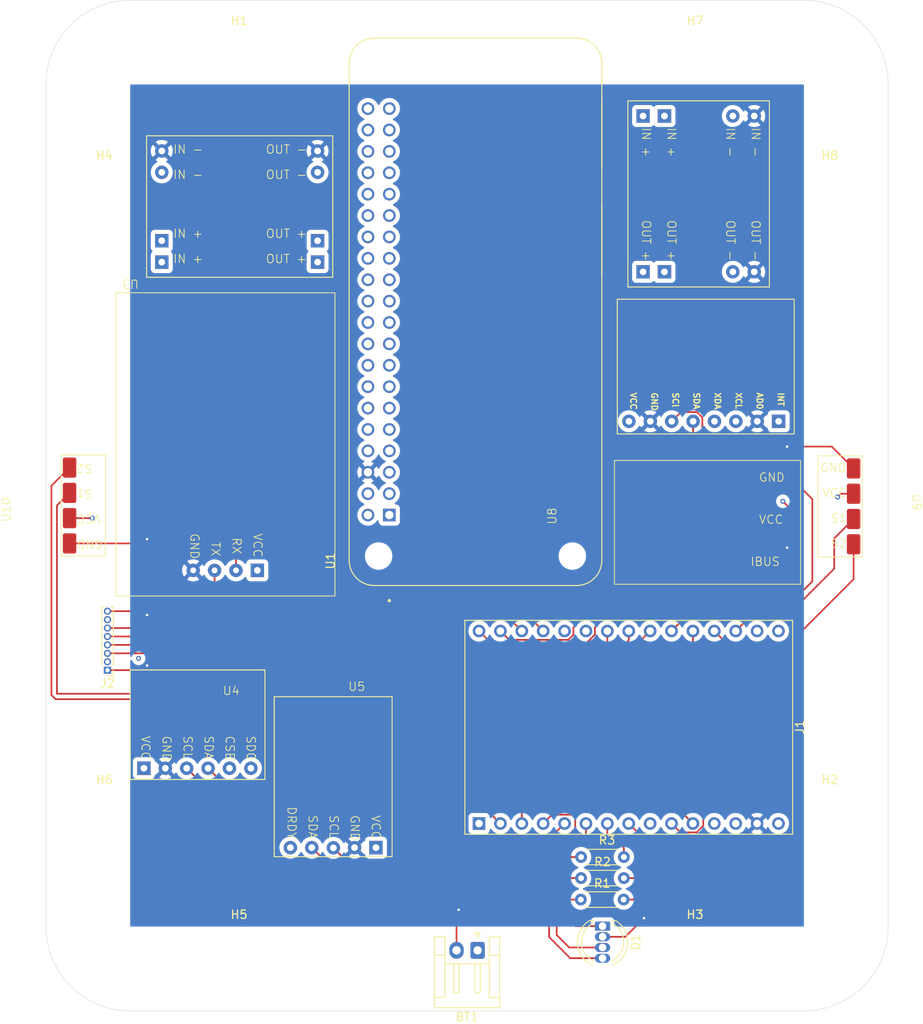
<source format=kicad_pcb>
(kicad_pcb (version 20241229) (generator "pcbnew") (generator_version "9.0")
  (layers (0 "F.Cu" signal) (4 "In1.Cu" signal) (6 "In2.Cu" signal) (2 "B.Cu" signal) (13 "F.Paste" user) (15 "B.Paste" user) (5 "F.SilkS" user "F.Silkscreen") (7 "B.SilkS" user "B.Silkscreen") (1 "F.Mask" user) (3 "B.Mask" user) (25 "Edge.Cuts" user))
  (net 0 "")
  (net 1 "0")
  (net 2 "+7.5V")
  (net 3 "Net-(D1-DO)")
  (net 4 "Net-(D1-DI)")
  (net 5 "Net-(D1-VDD)")
  (net 7 "Net-(J1-Pin_27)")
  (net 8 "Net-(J1-Pin_3)")
  (net 11 "Net-(J1-Pin_24)")
  (net 12 "Net-(J1-Pin_2)")
  (net 13 "Net-(J1-Pin_7)")
  (net 14 "Net-(J1-Pin_20)")
  (net 15 "+3.3V")
  (net 16 "Net-(J1-Pin_23)")
  (net 18 "Net-(J1-Pin_10)")
  (net 19 "Net-(J1-Pin_29)")
  (net 20 "Net-(J1-Pin_18)")
  (net 23 "Net-(J1-Pin_30)")
  (net 24 "Net-(J1-Pin_28)")
  (net 25 "Net-(J1-Pin_19)")
  (net 26 "Net-(J1-Pin_5)")
  (net 28 "Net-(J1-Pin_4)")
  (net 30 "Net-(J1-Pin_21)")
  (net 31 "Net-(J1-Pin_11)")
  (net 32 "Net-(J1-Pin_22)")
  (net 33 "Net-(J1-Pin_6)")
  (net 34 "+5V")
  (net 78 "Net-(C3-Pad1)")
  (net 79 "Net-(C1-Pad2)")
  (net 80 "Net-(C3-Pad2)")
  (net 81 "Net-(C1-Pad1)")
  (net 82 "Net-(C2-Pad1)")
  (net 83 "Net-(C2-Pad2)")
  (net 84 "Net-(C4-Pad1)")
  (net 85 "Net-(C4-Pad2)")
  (net 86 "Net-(J1-Pin_8)")
  (footprint "mp1584:mp1584_footprint" (layer "F.Cu") (at 150.7 52.05 -90)
    (property "Reference" "U6" (hide yes))
    (property "Value" "mp1584" (hide yes))
    (fp_line (start -10.1 21.6) (end -10.1 4.8) (stroke (width 0.1)) (layer "F.SilkS"))
    (fp_line (start 12 21.6) (end -10.1 21.6) (stroke (width 0.1)) (layer "F.SilkS"))
    (fp_line (start -10.1 4.8) (end 12 4.8) (stroke (width 0.1)) (layer "F.SilkS"))
    (fp_line (start 12 4.8) (end 12 21.6) (stroke (width 0.1)) (layer "F.SilkS"))
    (fp_rect (start -10.1 4.8) (end 12 21.6) (stroke (width 0.1)) (fill no) (layer "F.SilkS"))
    (fp_text user "IN -" (at -7 10 270) (layer "F.SilkS") (effects (font (thickness 0.1)) (justify left bottom)))
    (fp_text user "OUT -" (at 4 10 270) (layer "F.SilkS") (effects (font (thickness 0.1)) (justify left bottom)))
    (fp_text user "IN +" (at -7 20 270) (layer "F.SilkS") (effects (font (thickness 0.1)) (justify left bottom)))
    (fp_text user "IN +" (at -7 17 270) (layer "F.SilkS") (effects (font (thickness 0.1)) (justify left bottom)))
    (fp_text user "IN -" (at -7 7 270) (layer "F.SilkS") (effects (font (thickness 0.1)) (justify left bottom)))
    (fp_text user "OUT +" (at 4 17 270) (layer "F.SilkS") (effects (font (thickness 0.1)) (justify left bottom)))
    (fp_text user "OUT -" (at 4 7 270) (layer "F.SilkS") (effects (font (thickness 0.1)) (justify left bottom)))
    (fp_text user "OUT +" (at 4 20 270) (layer "F.SilkS") (effects (font (thickness 0.1)) (justify left bottom)))
    (pad "1" thru_hole rect (at 10.2 19.8 270) (size 1.6 1.6) (drill 0.8) (layers "*.Cu" "*.Mask") (net 15 "+3.3V"))
    (pad "2" thru_hole rect (at 10.2 17.26 270) (size 1.6 1.6) (drill 0.8) (layers "*.Cu" "*.Mask") (net 78 "Net-(C3-Pad1)"))
    (pad "3" thru_hole circle (at 10.2 9.14 270) (size 1.6 1.6) (drill 0.8) (layers "*.Cu" "*.Mask") (net 80 "Net-(C3-Pad2)"))
    (pad "4" thru_hole circle (at 10.2 6.6 270) (size 1.6 1.6) (drill 0.8) (layers "*.Cu" "*.Mask") (net 1 "0"))
    (pad "5" thru_hole circle (at -8.3 6.6 270) (size 1.6 1.6) (drill 0.8) (layers "*.Cu" "*.Mask") (net 1 "0"))
    (pad "6" thru_hole circle (at -8.3 9.14 270) (size 1.6 1.6) (drill 0.8) (layers "*.Cu" "*.Mask") (net 79 "Net-(C1-Pad2)"))
    (pad "7" thru_hole rect (at -8.3 17.26 270) (size 1.6 1.6) (drill 0.8) (layers "*.Cu" "*.Mask") (net 81 "Net-(C1-Pad1)"))
    (pad "8" thru_hole rect (at -8.3 19.8 270) (size 1.6 1.6) (drill 0.8) (layers "*.Cu" "*.Mask") (net 2 "+7.5V"))
  )
  (footprint "MountingHole:MountingHole_3.5mm" (layer "F.Cu") (at 137.071068 36.928932)
    (property "Reference" "H7" (at 0 -4.5 0) (layer "F.SilkS"))
    (property "Value" "MountingHole" (hide yes))
    (pad "" np_thru_hole circle (at 0 0) (size 3.5 3.5) (drill 3.5) (layers "*.Cu" "*.Mask"))
  )
  (footprint "MPU6050_footprint:MPU6050foot" (layer "F.Cu") (at 136.84 72.5 180)
    (property "Reference" "U2" (hide yes))
    (property "Value" "MPU6050")
    (fp_line (start 9 7) (end -12 7) (stroke (width 0.1)) (layer "F.SilkS"))
    (fp_line (start 9 -9) (end 9 7) (stroke (width 0.1)) (layer "F.SilkS"))
    (fp_line (start -12 7) (end -12 -9) (stroke (width 0.1)) (layer "F.SilkS"))
    (fp_line (start -12 -9) (end 9 -9) (stroke (width 0.1)) (layer "F.SilkS"))
    (fp_rect (start -12 -9) (end 9 7) (stroke (width 0.1)) (fill no) (layer "F.SilkS"))
    (fp_text user "SDA" (at 0 -4 270) (layer "F.SilkS") (effects (font (size 0.7 0.7) (thickness 0.15) (bold yes)) (justify left bottom)))
    (fp_text user "XDA" (at -2.5 -4 270) (layer "F.SilkS") (effects (font (size 0.7 0.7) (thickness 0.15) (bold yes)) (justify left bottom)))
    (fp_text user "SCl" (at 2.5 -4 270) (layer "F.SilkS") (effects (font (size 0.7 0.7) (thickness 0.15) (bold yes)) (justify left bottom)))
    (fp_text user "INT" (at -10 -4 270) (layer "F.SilkS") (effects (font (size 0.7 0.7) (thickness 0.15) (bold yes)) (justify left bottom)))
    (fp_text user "AD0" (at -7.5 -4 270) (layer "F.SilkS") (effects (font (size 0.7 0.7) (thickness 0.15) (bold yes)) (justify left bottom)))
    (fp_text user "VCC" (at 7.5 -4 270) (layer "F.SilkS") (effects (font (size 0.7 0.7) (thickness 0.15) (bold yes)) (justify left bottom)))
    (fp_text user "GND" (at 5 -4 270) (layer "F.SilkS") (effects (font (size 0.7 0.7) (thickness 0.15) (bold yes)) (justify left bottom)))
    (fp_text user "XCL" (at -5 -4 270) (layer "F.SilkS") (effects (font (size 0.7 0.7) (thickness 0.15) (bold yes)) (justify left bottom)))
    (pad "1" thru_hole rect (at -10.16 -7.5 180) (size 1.6 1.6) (drill 0.8) (layers "*.Cu" "*.Mask"))
    (pad "2" thru_hole circle (at -7.62 -7.5 180) (size 1.6 1.6) (drill 0.8) (layers "*.Cu" "*.Mask") (net 1 "0"))
    (pad "3" thru_hole circle (at -5.08 -7.5 180) (size 1.6 1.6) (drill 0.8) (layers "*.Cu" "*.Mask"))
    (pad "4" thru_hole circle (at -2.54 -7.5 180) (size 1.6 1.6) (drill 0.8) (layers "*.Cu" "*.Mask"))
    (pad "5" thru_hole circle (at 0 -7.5 180) (size 1.6 1.6) (drill 0.8) (layers "*.Cu" "*.Mask") (net 19 "Net-(J1-Pin_29)"))
    (pad "6" thru_hole circle (at 2.54 -7.5 180) (size 1.6 1.6) (drill 0.8) (layers "*.Cu" "*.Mask") (net 23 "Net-(J1-Pin_30)"))
    (pad "7" thru_hole circle (at 5.08 -7.5 180) (size 1.6 1.6) (drill 0.8) (layers "*.Cu" "*.Mask") (net 1 "0"))
    (pad "8" thru_hole circle (at 7.62 -7.5 180) (size 1.6 1.6) (drill 0.8) (layers "*.Cu" "*.Mask") (net 15 "+3.3V"))
  )
  (footprint "HMC5883L:HMC5883L_footprint" (layer "F.Cu") (at 94.1 135.7 180)
    (property "Reference" "U5" (at -2.8 24.2 0) (layer "F.SilkS") (effects (font (thickness 0.1))))
    (property "Value" "HMC5883L")
    (fp_line (start 7 23) (end -7 23) (stroke (width 0.1)) (layer "F.SilkS"))
    (fp_line (start 7 4) (end 7 23) (stroke (width 0.1)) (layer "F.SilkS"))
    (fp_line (start -7 23) (end -7 4) (stroke (width 0.1)) (layer "F.SilkS"))
    (fp_line (start -7 4) (end 7 4) (stroke (width 0.1)) (layer "F.SilkS"))
    (fp_rect (start -7 4) (end 7 23) (stroke (width 0.1)) (fill no) (layer "F.SilkS"))
    (fp_text user "VCC" (at -4.5 9 270) (layer "F.SilkS") (effects (font (thickness 0.1)) (justify left bottom)))
    (fp_text user "SDA" (at 3 9 270) (layer "F.SilkS") (effects (font (thickness 0.1)) (justify left bottom)))
    (fp_text user "GND" (at -2 9 270) (layer "F.SilkS") (effects (font (thickness 0.1)) (justify left bottom)))
    (fp_text user "DRDY" (at 5.5 10 270) (layer "F.SilkS") (effects (font (thickness 0.1)) (justify left bottom)))
    (fp_text user "SCL" (at 0.5 9 270) (layer "F.SilkS") (effects (font (thickness 0.1)) (justify left bottom)))
    (pad "1" thru_hole rect (at -5.08 5.08 180) (size 1.6 1.6) (drill 0.8) (layers "*.Cu" "*.Mask") (net 15 "+3.3V"))
    (pad "2" thru_hole circle (at -2.54 5.08 180) (size 1.6 1.6) (drill 0.8) (layers "*.Cu" "*.Mask") (net 1 "0"))
    (pad "3" thru_hole circle (at -0.027476 5.05461 180) (size 1.6 1.6) (drill 0.8) (layers "*.Cu" "*.Mask") (net 26 "Net-(J1-Pin_5)"))
    (pad "4" thru_hole circle (at 2.54 5.08 180) (size 1.6 1.6) (drill 0.8) (layers "*.Cu" "*.Mask") (net 28 "Net-(J1-Pin_4)"))
    (pad "5" thru_hole circle (at 5.08 5.08 180) (size 1.6 1.6) (drill 0.8) (layers "*.Cu" "*.Mask"))
  )
  (footprint "Connector_JST:JST_EH_S2B-EH_1x02_P2.50mm_Horizontal" (layer "F.Cu") (at 111.25 142.8175 180)
    (property "Reference" "BT1" (at 1.25 -7.9 0) (layer "F.SilkS"))
    (property "Value" "Battery")
    (fp_line (start 5.11 1.61) (end 3.89 1.61) (stroke (width 0.12)) (layer "F.SilkS"))
    (fp_line (start 5.11 -5.59) (end 3.89 -5.59) (stroke (width 0.12)) (layer "F.SilkS"))
    (fp_line (start 5.11 -6.81) (end 5.11 1.61) (stroke (width 0.12)) (layer "F.SilkS"))
    (fp_line (start 3.89 1.61) (end 3.89 -0.59) (stroke (width 0.12)) (layer "F.SilkS"))
    (fp_line (start 3.89 -0.59) (end 5.11 -0.59) (stroke (width 0.12)) (layer "F.SilkS"))
    (fp_line (start 3.89 -5.59) (end 3.89 -0.59) (stroke (width 0.12)) (layer "F.SilkS"))
    (fp_line (start 2.82 -1.59) (end 2.5 -1.59) (stroke (width 0.12)) (layer "F.SilkS"))
    (fp_line (start 2.82 -5.01) (end 2.82 -1.59) (stroke (width 0.12)) (layer "F.SilkS"))
    (fp_line (start 2.5 -1.59) (end 2.18 -1.59) (stroke (width 0.12)) (layer "F.SilkS"))
    (fp_line (start 2.5 -5.09) (end 2.82 -5.01) (stroke (width 0.12)) (layer "F.SilkS"))
    (fp_line (start 2.18 -1.59) (end 2.18 -5.01) (stroke (width 0.12)) (layer "F.SilkS"))
    (fp_line (start 2.18 -5.01) (end 2.5 -5.09) (stroke (width 0.12)) (layer "F.SilkS"))
    (fp_line (start 1.17 -0.59) (end 1.33 -0.59) (stroke (width 0.12)) (layer "F.SilkS"))
    (fp_line (start 0.32 -1.59) (end 0 -1.59) (stroke (width 0.12)) (layer "F.SilkS"))
    (fp_line (start 0.32 -5.01) (end 0.32 -1.59) (stroke (width 0.12)) (layer "F.SilkS"))
    (fp_line (start 0.3 2.1) (end 0 1.5) (stroke (width 0.12)) (layer "F.SilkS"))
    (fp_line (start 0 1.5) (end -0.3 2.1) (stroke (width 0.12)) (layer "F.SilkS"))
    (fp_line (start 0 -1.59) (end -0.32 -1.59) (stroke (width 0.12)) (layer "F.SilkS"))
    (fp_line (start 0 -5.09) (end 0.32 -5.01) (stroke (width 0.12)) (layer "F.SilkS"))
    (fp_line (start -0.3 2.1) (end 0.3 2.1) (stroke (width 0.12)) (layer "F.SilkS"))
    (fp_line (start -0.32 -1.59) (end -0.32 -5.01) (stroke (width 0.12)) (layer "F.SilkS"))
    (fp_line (start -0.32 -5.01) (end 0 -5.09) (stroke (width 0.12)) (layer "F.SilkS"))
    (fp_line (start -1.39 1.61) (end -2.61 1.61) (stroke (width 0.12)) (layer "F.SilkS"))
    (fp_line (start -1.39 -0.59) (end -1.39 1.61) (stroke (width 0.12)) (layer "F.SilkS"))
    (fp_line (start -1.39 -0.59) (end -2.61 -0.59) (stroke (width 0.12)) (layer "F.SilkS"))
    (fp_line (start -1.39 -1.59) (end 3.89 -1.59) (stroke (width 0.12)) (layer "F.SilkS"))
    (fp_line (start -1.39 -5.59) (end -1.39 -0.59) (stroke (width 0.12)) (layer "F.SilkS"))
    (fp_line (start -2.61 1.61) (end -2.61 -6.81) (stroke (width 0.12)) (layer "F.SilkS"))
    (fp_line (start -2.61 -5.59) (end -1.39 -5.59) (stroke (width 0.12)) (layer "F.SilkS"))
    (fp_line (start -2.61 -6.81) (end 5.11 -6.81) (stroke (width 0.12)) (layer "F.SilkS"))
    (pad "1" thru_hole roundrect (at 0 0 180) (size 1.7 2) (drill 1) (layers "*.Cu" "*.Mask") (roundrect_rratio 0.147059) (net 2 "+7.5V"))
    (pad "2" thru_hole oval (at 2.5 0 180) (size 1.7 2) (drill 1) (layers "*.Cu" "*.Mask") (net 1 "0"))
  )
  (footprint "Bidirectional_ESC:Bi_ESC_foot" (layer "F.Cu") (at 162.9 89.6 -90)
    (property "Reference" "U9" (at 0 -0.5 270) (layer "F.SilkS") (effects (font (thickness 0.1))))
    (property "Value" "Bidirectional ESC")
    (fp_line (start -5.5 11.25) (end -5.5 6) (stroke (width 0.1)) (layer "F.SilkS"))
    (fp_line (start 6.5 11.25) (end -5.5 11.25) (stroke (width 0.1)) (layer "F.SilkS"))
    (fp_line (start -5.5 6) (end 6.5 6) (stroke (width 0.1)) (layer "F.SilkS"))
    (fp_line (start 6.5 6) (end 6.5 11.25) (stroke (width 0.1)) (layer "F.SilkS"))
    (fp_text user "S2" (at 5.5 9.75 0) (layer "F.SilkS") (effects (font (thickness 0.1)) (justify left bottom)))
    (fp_text user "S1" (at 2.5 9.75 0) (layer "F.SilkS") (effects (font (thickness 0.1)) (justify left bottom)))
    (fp_text user "GND" (at -3.5 11 0) (layer "F.SilkS") (effects (font (thickness 0.1)) (justify left bottom)))
    (fp_text user "VCC" (at -0.5 10.75 0) (layer "F.SilkS") (effects (font (thickness 0.1)) (justify left bottom)))
    (pad "5" smd roundrect (at -1 7 270) (size 2.4 1.6) (layers "F.Cu" "F.Mask" "F.Paste") (roundrect_rratio 0.15) (net 2 "+7.5V"))
    (pad "6" smd roundrect (at -4 7 270) (size 2.4 1.6) (layers "F.Cu" "F.Mask" "F.Paste") (roundrect_rratio 0.15) (net 1 "0"))
    (pad "7" smd roundrect (at 2 7 270) (size 2.4 1.6) (layers "F.Cu" "F.Mask" "F.Paste") (roundrect_rratio 0.15) (net 20 "Net-(J1-Pin_18)"))
    (pad "10" smd roundrect (at 5 7 270) (size 2.4 1.6) (layers "F.Cu" "F.Mask" "F.Paste") (roundrect_rratio 0.15) (net 25 "Net-(J1-Pin_19)"))
  )
  (footprint "MountingHole:MountingHole_3.5mm" (layer "F.Cu") (at 82.928933 143.071068)
    (property "Reference" "H5" (at 0 -4.5 0) (layer "F.SilkS"))
    (property "Value" "MountingHole")
    (pad "" np_thru_hole circle (at 0 0) (size 3.5 3.5) (drill 3.5) (layers "*.Cu" "*.Mask"))
  )
  (footprint "Resistor_THT:R_Axial_DIN0204_L3.6mm_D1.6mm_P5.08mm_Horizontal" (layer "F.Cu") (at 123.54 131.74)
    (property "Reference" "R3" (at 3.08 -2 0) (layer "F.SilkS"))
    (property "Value" "220")
    (fp_line (start 0.62 -0.92) (end 4.46 -0.92) (stroke (width 0.12)) (layer "F.SilkS"))
    (fp_line (start 0.62 0.92) (end 4.46 0.92) (stroke (width 0.12)) (layer "F.SilkS"))
    (pad "1" thru_hole circle (at 0 0) (size 1.4 1.4) (drill 0.7) (layers "*.Cu" "*.Mask") (net 4 "Net-(D1-DI)"))
    (pad "2" thru_hole oval (at 5.08 0) (size 1.4 1.4) (drill 0.7) (layers "*.Cu" "*.Mask") (net 33 "Net-(J1-Pin_6)"))
  )
  (footprint "Resistor_THT:R_Axial_DIN0204_L3.6mm_D1.6mm_P5.08mm_Horizontal" (layer "F.Cu") (at 123.51 136.79)
    (property "Reference" "R1" (at 2.54 -1.92 0) (layer "F.SilkS"))
    (property "Value" "220")
    (fp_line (start 0.62 -0.92) (end 4.46 -0.92) (stroke (width 0.12)) (layer "F.SilkS"))
    (fp_line (start 0.62 0.92) (end 4.46 0.92) (stroke (width 0.12)) (layer "F.SilkS"))
    (pad "1" thru_hole circle (at 0 0) (size 1.4 1.4) (drill 0.7) (layers "*.Cu" "*.Mask") (net 3 "Net-(D1-DO)"))
    (pad "2" thru_hole oval (at 5.08 0) (size 1.4 1.4) (drill 0.7) (layers "*.Cu" "*.Mask") (net 86 "Net-(J1-Pin_8)"))
  )
  (footprint "mp1584:mp1584_footprint" (layer "F.Cu") (at 82.05 41.3)
    (property "Reference" "U7" (hide yes))
    (property "Value" "mp1584" (hide yes))
    (fp_line (start -10.1 4.8) (end 12 4.8) (stroke (width 0.1)) (layer "F.SilkS"))
    (fp_line (start -10.1 21.6) (end -10.1 4.8) (stroke (width 0.1)) (layer "F.SilkS"))
    (fp_line (start 12 4.8) (end 12 21.6) (stroke (width 0.1)) (layer "F.SilkS"))
    (fp_line (start 12 21.6) (end -10.1 21.6) (stroke (width 0.1)) (layer "F.SilkS"))
    (fp_rect (start -10.1 4.8) (end 12 21.6) (stroke (width 0.1)) (fill no) (layer "F.SilkS"))
    (fp_text user "IN -" (at -7 7 0) (layer "F.SilkS") (effects (font (thickness 0.1)) (justify left bottom)))
    (fp_text user "IN +" (at -7 17 0) (layer "F.SilkS") (effects (font (thickness 0.1)) (justify left bottom)))
    (fp_text user "OUT +" (at 4 17 0) (layer "F.SilkS") (effects (font (thickness 0.1)) (justify left bottom)))
    (fp_text user "IN +" (at -7 20 0) (layer "F.SilkS") (effects (font (thickness 0.1)) (justify left bottom)))
    (fp_text user "OUT -" (at 4 7 0) (layer "F.SilkS") (effects (font (thickness 0.1)) (justify left bottom)))
    (fp_text user "OUT -" (at 4 10 0) (layer "F.SilkS") (effects (font (thickness 0.1)) (justify left bottom)))
    (fp_text user "OUT +" (at 4 20 0) (layer "F.SilkS") (effects (font (thickness 0.1)) (justify left bottom)))
    (fp_text user "IN -" (at -7 10 0) (layer "F.SilkS") (effects (font (thickness 0.1)) (justify left bottom)))
    (pad "1" thru_hole rect (at 10.2 19.8) (size 1.6 1.6) (drill 0.8) (layers "*.Cu" "*.Mask") (net 34 "+5V"))
    (pad "2" thru_hole rect (at 10.2 17.26) (size 1.6 1.6) (drill 0.8) (layers "*.Cu" "*.Mask") (net 85 "Net-(C4-Pad2)"))
    (pad "3" thru_hole circle (at 10.2 9.14) (size 1.6 1.6) (drill 0.8) (layers "*.Cu" "*.Mask") (net 84 "Net-(C4-Pad1)"))
    (pad "4" thru_hole circle (at 10.2 6.6) (size 1.6 1.6) (drill 0.8) (layers "*.Cu" "*.Mask") (net 1 "0"))
    (pad "5" thru_hole circle (at -8.3 6.6) (size 1.6 1.6) (drill 0.8) (layers "*.Cu" "*.Mask") (net 1 "0"))
    (pad "6" thru_hole circle (at -8.3 9.14) (size 1.6 1.6) (drill 0.8) (layers "*.Cu" "*.Mask") (net 82 "Net-(C2-Pad1)"))
    (pad "7" thru_hole rect (at -8.3 17.26) (size 1.6 1.6) (drill 0.8) (layers "*.Cu" "*.Mask") (net 83 "Net-(C2-Pad2)"))
    (pad "8" thru_hole rect (at -8.3 19.8) (size 1.6 1.6) (drill 0.8) (layers "*.Cu" "*.Mask") (net 2 "+7.5V"))
  )
  (footprint "MountingHole:MountingHole_3.5mm" (layer "F.Cu") (at 137.071068 143.071067)
    (property "Reference" "H3" (at 0 -4.5 0) (layer "F.SilkS"))
    (property "Value" "MountingHole")
    (pad "" np_thru_hole circle (at 0 0) (size 3.5 3.5) (drill 3.5) (layers "*.Cu" "*.Mask"))
  )
  (footprint "Resistor_THT:R_Axial_DIN0204_L3.6mm_D1.6mm_P5.08mm_Horizontal" (layer "F.Cu") (at 123.54 134.24)
    (property "Reference" "R2" (at 2.54 -1.92 0) (layer "F.SilkS"))
    (property "Value" "220")
    (fp_line (start 0.62 -0.92) (end 4.46 -0.92) (stroke (width 0.12)) (layer "F.SilkS"))
    (fp_line (start 0.62 0.92) (end 4.46 0.92) (stroke (width 0.12)) (layer "F.SilkS"))
    (pad "1" thru_hole circle (at 0 0) (size 1.4 1.4) (drill 0.7) (layers "*.Cu" "*.Mask") (net 5 "Net-(D1-VDD)"))
    (pad "2" thru_hole oval (at 5.08 0) (size 1.4 1.4) (drill 0.7) (layers "*.Cu" "*.Mask") (net 13 "Net-(J1-Pin_7)"))
  )
  (footprint "RF_Module:ESP32-C3-DevKitM-1" (layer "F.Cu") (at 111.42 127.76 90)
    (property "Reference" "J1" (at 11.43 38.1 90) (layer "F.SilkS"))
    (property "Value" "ESP-32_DevkitC")
    (fp_line (start 24.13 -1.68) (end 24.13 37.24) (stroke (width 0.12)) (layer "F.SilkS"))
    (fp_line (start -1.27 -1.68) (end 24.13 -1.68) (stroke (width 0.12)) (layer "F.SilkS"))
    (fp_line (start 24.13 37.24) (end -1.27 37.24) (stroke (width 0.12)) (layer "F.SilkS"))
    (fp_line (start -1.27 37.24) (end -1.27 -1.68) (stroke (width 0.12)) (layer "F.SilkS"))
    (pad "1" thru_hole rect (at 0 0 90) (size 1.5 1.5) (drill 0.9) (layers "*.Cu" "*.Mask"))
    (pad "2" thru_hole circle (at 0 2.54 90) (size 1.5 1.5) (drill 0.9) (layers "*.Cu" "*.Mask") (net 12 "Net-(J1-Pin_2)"))
    (pad "3" thru_hole circle (at 0 5.08 90) (size 1.5 1.5) (drill 0.9) (layers "*.Cu" "*.Mask") (net 8 "Net-(J1-Pin_3)"))
    (pad "4" thru_hole circle (at 0 7.62 90) (size 1.5 1.5) (drill 0.9) (layers "*.Cu" "*.Mask") (net 28 "Net-(J1-Pin_4)"))
    (pad "5" thru_hole circle (at 0 10.16 90) (size 1.5 1.5) (drill 0.9) (layers "*.Cu" "*.Mask") (net 26 "Net-(J1-Pin_5)"))
    (pad "6" thru_hole circle (at 0 12.7 90) (size 1.5 1.5) (drill 0.9) (layers "*.Cu" "*.Mask") (net 33 "Net-(J1-Pin_6)"))
    (pad "7" thru_hole circle (at 0 15.24 90) (size 1.5 1.5) (drill 0.9) (layers "*.Cu" "*.Mask") (net 13 "Net-(J1-Pin_7)"))
    (pad "8" thru_hole circle (at 0 17.78 90) (size 1.5 1.5) (drill 0.9) (layers "*.Cu" "*.Mask") (net 86 "Net-(J1-Pin_8)"))
    (pad "9" thru_hole circle (at 0 20.32 90) (size 1.5 1.5) (drill 0.9) (layers "*.Cu" "*.Mask"))
    (pad "10" thru_hole circle (at 0 22.86 90) (size 1.5 1.5) (drill 0.9) (layers "*.Cu" "*.Mask") (net 18 "Net-(J1-Pin_10)"))
    (pad "11" thru_hole circle (at 0 25.4 90) (size 1.5 1.5) (drill 0.9) (layers "*.Cu" "*.Mask") (net 31 "Net-(J1-Pin_11)"))
    (pad "12" thru_hole circle (at 0 27.94 90) (size 1.5 1.5) (drill 0.9) (layers "*.Cu" "*.Mask"))
    (pad "13" thru_hole circle (at 0 30.48 90) (size 1.5 1.5) (drill 0.9) (layers "*.Cu" "*.Mask"))
    (pad "14" thru_hole circle (at 0 33.02 90) (size 1.5 1.5) (drill 0.9) (layers "*.Cu" "*.Mask") (net 1 "0"))
    (pad "15" thru_hole circle (at 0 35.56 90) (size 1.5 1.5) (drill 0.9) (layers "*.Cu" "*.Mask") (net 15 "+3.3V"))
    (pad "16" thru_hole circle (at 22.86 35.56 90) (size 1.5 1.5) (drill 0.9) (layers "*.Cu" "*.Mask"))
    (pad "17" thru_hole circle (at 22.86 33.02 90) (size 1.5 1.5) (drill 0.9) (layers "*.Cu" "*.Mask"))
    (pad "18" thru_hole circle (at 22.86 30.48 90) (size 1.5 1.5) (drill 0.9) (layers "*.Cu" "*.Mask") (net 20 "Net-(J1-Pin_18)"))
    (pad "19" thru_hole circle (at 22.86 27.94 90) (size 1.5 1.5) (drill 0.9) (layers "*.Cu" "*.Mask") (net 25 "Net-(J1-Pin_19)"))
    (pad "20" thru_hole circle (at 22.86 25.4 90) (size 1.5 1.5) (drill 0.9) (layers "*.Cu" "*.Mask") (net 14 "Net-(J1-Pin_20)"))
    (pad "21" thru_hole circle (at 22.86 22.86 90) (size 1.5 1.5) (drill 0.9) (layers "*.Cu" "*.Mask") (net 30 "Net-(J1-Pin_21)"))
    (pad "22" thru_hole circle (at 22.86 20.32 90) (size 1.5 1.5) (drill 0.9) (layers "*.Cu" "*.Mask") (net 32 "Net-(J1-Pin_22)"))
    (pad "23" thru_hole circle (at 22.86 17.78 90) (size 1.5 1.5) (drill 0.9) (layers "*.Cu" "*.Mask") (net 16 "Net-(J1-Pin_23)"))
    (pad "24" thru_hole circle (at 22.86 15.24 90) (size 1.5 1.5) (drill 0.9) (layers "*.Cu" "*.Mask") (net 11 "Net-(J1-Pin_24)"))
    (pad "25" thru_hole circle (at 22.86 12.7 90) (size 1.5 1.5) (drill 0.9) (layers "*.Cu" "*.Mask"))
    (pad "26" thru_hole circle (at 22.86 10.16 90) (size 1.5 1.5) (drill 0.9) (layers "*.Cu" "*.Mask"))
    (pad "27" thru_hole circle (at 22.86 7.62 90) (size 1.5 1.5) (drill 0.9) (layers "*.Cu" "*.Mask") (net 7 "Net-(J1-Pin_27)"))
    (pad "28" thru_hole circle (at 22.86 5.08 90) (size 1.5 1.5) (drill 0.9) (layers "*.Cu" "*.Mask") (net 24 "Net-(J1-Pin_28)"))
    (pad "29" thru_hole circle (at 22.86 2.54 90) (size 1.5 1.5) (drill 0.9) (layers "*.Cu" "*.Mask") (net 19 "Net-(J1-Pin_29)"))
    (pad "30" thru_hole circle (at 22.86 0 90) (size 1.5 1.5) (drill 0.9) (layers "*.Cu" "*.Mask") (net 23 "Net-(J1-Pin_30)"))
  )
  (footprint "Flysky fs-a8s:Flysky fs-a8s_footprint" (layer "F.Cu") (at 120.6 91.25 90)
    (property "Reference" "U8" (at 0 -0.5 90) (layer "F.SilkS") (effects (font (thickness 0.1))))
    (property "Value" "Flysky fs-a8s")
    (fp_rect (start -8.1 6.9) (end 6.6 29) (stroke (width 0.1)) (fill no) (layer "F.SilkS"))
    (fp_text user "IBUS" (at -6 23 0) (layer "F.SilkS") (effects (font (thickness 0.1)) (justify left bottom)))
    (fp_text user "GND" (at 4 24 0) (layer "F.SilkS") (effects (font (thickness 0.1)) (justify left bottom)))
    (fp_text user "VCC" (at -1 24 0) (layer "F.SilkS") (effects (font (thickness 0.1)) (justify left bottom)))
    (pad "1" smd roundrect (at -5.8 28 90) (size 2.4 1.6) (layers "F.Cu" "F.Mask" "F.Paste") (roundrect_rratio 0.15) (net 1 "0"))
    (pad "2" smd roundrect (at -0.7 28 90) (size 2.4 1.6) (layers "F.Cu" "F.Mask" "F.Paste") (roundrect_rratio 0.15) (net 34 "+5V"))
    (pad "3" smd roundrect (at 4.4 28 90) (size 2.4 1.6) (layers "F.Cu" "F.Mask" "F.Paste") (roundrect_rratio 0.15) (net 30 "Net-(J1-Pin_21)"))
  )
  (footprint "MountingHole:MountingHole_3.5mm" (layer "F.Cu") (at 82.928932 36.928932)
    (property "Reference" "H1" (at 0 -4.5 0) (layer "F.SilkS"))
    (property "Value" "MountingHole" (hide yes))
    (pad "" np_thru_hole circle (at 0 0) (size 3.5 3.5) (drill 3.5) (layers "*.Cu" "*.Mask"))
  )
  (footprint "Connector_PinHeader_1.00mm:PinHeader_1x08_P1.00mm_Vertical" (layer "F.Cu") (at 67.3 109.55 180)
    (property "Reference" "J2" (at 0 -1.56 0) (layer "F.SilkS"))
    (property "Value" "Conn_01x08_Pin")
    (fp_line (start 0.695 0.685) (end 0.695 7.56) (stroke (width 0.12)) (layer "F.SilkS"))
    (fp_line (start 0.608276 0.685) (end 0.695 0.685) (stroke (width 0.12)) (layer "F.SilkS"))
    (fp_line (start 0.394493 7.56) (end 0.695 7.56) (stroke (width 0.12)) (layer "F.SilkS"))
    (fp_line (start -0.695 7.56) (end -0.394493 7.56) (stroke (width 0.12)) (layer "F.SilkS"))
    (fp_line (start -0.695 0.685) (end -0.608276 0.685) (stroke (width 0.12)) (layer "F.SilkS"))
    (fp_line (start -0.695 0.685) (end -0.695 7.56) (stroke (width 0.12)) (layer "F.SilkS"))
    (fp_line (start -0.695 0) (end -0.695 -0.685) (stroke (width 0.12)) (layer "F.SilkS"))
    (fp_line (start -0.695 -0.685) (end 0 -0.685) (stroke (width 0.12)) (layer "F.SilkS"))
    (pad "1" thru_hole rect (at 0 0 180) (size 0.85 0.85) (drill 0.5) (layers "*.Cu" "*.Mask") (net 1 "0"))
    (pad "2" thru_hole oval (at 0 1 180) (size 0.85 0.85) (drill 0.5) (layers "*.Cu" "*.Mask") (net 34 "+5V"))
    (pad "3" thru_hole oval (at 0 2 180) (size 0.85 0.85) (drill 0.5) (layers "*.Cu" "*.Mask") (net 14 "Net-(J1-Pin_20)"))
    (pad "4" thru_hole oval (at 0 3 180) (size 0.85 0.85) (drill 0.5) (layers "*.Cu" "*.Mask") (net 32 "Net-(J1-Pin_22)"))
    (pad "5" thru_hole oval (at 0 4 180) (size 0.85 0.85) (drill 0.5) (layers "*.Cu" "*.Mask") (net 16 "Net-(J1-Pin_23)"))
    (pad "6" thru_hole oval (at 0 5 180) (size 0.85 0.85) (drill 0.5) (layers "*.Cu" "*.Mask") (net 11 "Net-(J1-Pin_24)"))
    (pad "7" thru_hole oval (at 0 6 180) (size 0.85 0.85) (drill 0.5) (layers "*.Cu" "*.Mask") (net 15 "+3.3V"))
    (pad "8" thru_hole oval (at 0 7 180) (size 0.85 0.85) (drill 0.5) (layers "*.Cu" "*.Mask") (net 1 "0"))
  )
  (footprint "MountingHole:MountingHole_3.5mm" (layer "F.Cu") (at 153.071068 127.071067)
    (property "Reference" "H2" (at 0 -4.5 0) (layer "F.SilkS"))
    (property "Value" "MountingHole")
    (pad "" np_thru_hole circle (at 0 0) (size 3.5 3.5) (drill 3.5) (layers "*.Cu" "*.Mask"))
  )
  (footprint "MountingHole:MountingHole_3.5mm" (layer "F.Cu") (at 66.928932 127.071067)
    (property "Reference" "H6" (at 0 -4.5 0) (layer "F.SilkS"))
    (property "Value" "MountingHole")
    (pad "" np_thru_hole circle (at 0 0) (size 3.5 3.5) (drill 3.5) (layers "*.Cu" "*.Mask"))
  )
  (footprint "MountingHole:MountingHole_3.5mm" (layer "F.Cu") (at 153.071068 52.928933)
    (property "Reference" "H8" (at 0 -4.5 0) (layer "F.SilkS"))
    (property "Value" "MountingHole")
    (pad "" np_thru_hole circle (at 0 0) (size 3.5 3.5) (drill 3.5) (layers "*.Cu" "*.Mask"))
  )
  (footprint "Bidirectional_ESC:Bi_ESC_foot" (layer "F.Cu") (at 55.8 90.5 90)
    (property "Reference" "U10" (at 0 -0.5 90) (layer "F.SilkS") (effects (font (thickness 0.1))))
    (property "Value" "Bidirectional ESC")
    (fp_line (start 6.5 6) (end 6.5 11.25) (stroke (width 0.1)) (layer "F.SilkS"))
    (fp_line (start -5.5 6) (end 6.5 6) (stroke (width 0.1)) (layer "F.SilkS"))
    (fp_line (start 6.5 11.25) (end -5.5 11.25) (stroke (width 0.1)) (layer "F.SilkS"))
    (fp_line (start -5.5 11.25) (end -5.5 6) (stroke (width 0.1)) (layer "F.SilkS"))
    (fp_text user "VCC" (at -0.5 10.75 180) (layer "F.SilkS") (effects (font (thickness 0.1)) (justify left bottom)))
    (fp_text user "S2" (at 5.5 9.75 180) (layer "F.SilkS") (effects (font (thickness 0.1)) (justify left bottom)))
    (fp_text user "GND" (at -3.5 11 180) (layer "F.SilkS") (effects (font (thickness 0.1)) (justify left bottom)))
    (fp_text user "S1" (at 2.5 9.75 180) (layer "F.SilkS") (effects (font (thickness 0.1)) (justify left bottom)))
    (pad "5" smd roundrect (at -1 7 90) (size 2.4 1.6) (layers "F.Cu" "F.Mask" "F.Paste") (roundrect_rratio 0.15) (net 2 "+7.5V"))
    (pad "6" smd roundrect (at -4 7 90) (size 2.4 1.6) (layers "F.Cu" "F.Mask" "F.Paste") (roundrect_rratio 0.15) (net 1 "0"))
    (pad "7" smd roundrect (at 2 7 90) (size 2.4 1.6) (layers "F.Cu" "F.Mask" "F.Paste") (roundrect_rratio 0.15) (net 18 "Net-(J1-Pin_10)"))
    (pad "10" smd roundrect (at 5 7 90) (size 2.4 1.6) (layers "F.Cu" "F.Mask" "F.Paste") (roundrect_rratio 0.15) (net 31 "Net-(J1-Pin_11)"))
  )
  (footprint "Rasberry Pi 0W footprint:MODULE_SC0065" (layer "F.Cu") (at 111 67 90)
    (property "Reference" "U1" (at -29.569 -17.2162 90) (layer "F.SilkS") (effects (font (size 1.00189 1.00189))))
    (property "Value" "Rasberry Pi 0W")
    (fp_line (start 29.5 -15) (end -29.5 -15) (stroke (width 0.127)) (layer "F.SilkS"))
    (fp_line (start -32.5 -12) (end -32.5 12) (stroke (width 0.127)) (layer "F.SilkS"))
    (fp_line (start 32.5 12) (end 32.5 -12) (stroke (width 0.127)) (layer "F.SilkS"))
    (fp_line (start 17 15) (end 25.35 15) (stroke (width 0.127)) (layer "F.SilkS"))
    (fp_line (start 4.4 15) (end 12.75 15) (stroke (width 0.127)) (layer "F.SilkS"))
    (fp_line (start -29.5 15) (end 29.5 15) (stroke (width 0.127)) (layer "F.SilkS"))
    (fp_arc (start 29.5 -15) (mid 31.62132 -14.12132) (end 32.5 -12) (stroke (width 0.127)) (layer "F.SilkS"))
    (fp_arc (start -32.5 -12) (mid -31.62132 -14.12132) (end -29.5 -15) (stroke (width 0.127)) (layer "F.SilkS"))
    (fp_arc (start 32.5 12) (mid 31.62132 14.12132) (end 29.5 15) (stroke (width 0.127)) (layer "F.SilkS"))
    (fp_arc (start -29.5 15) (mid -31.62132 14.12132) (end -32.5 12) (stroke (width 0.127)) (layer "F.SilkS"))
    (fp_circle (center -34.29 -10.23) (end -34.19 -10.23) (stroke (width 0.2)) (fill no) (layer "F.SilkS"))
    (pad "" np_thru_hole circle (at -29 -11.5 90) (size 2.75 2.75) (drill 2.75) (layers "*.Cu" "*.Mask"))
    (pad "" np_thru_hole circle (at -29 11.5 90) (size 2.75 2.75) (drill 2.75) (layers "*.Cu" "*.Mask"))
    (pad "" np_thru_hole circle (at 29 -11.5 90) (size 2.75 2.75) (drill 2.75) (layers "*.Cu" "*.Mask"))
    (pad "" np_thru_hole circle (at 29 11.5 90) (size 2.75 2.75) (drill 2.75) (layers "*.Cu" "*.Mask"))
    (pad "1" thru_hole rect (at -24.13 -10.23 90) (size 1.508 1.508) (drill 1) (layers "*.Cu" "*.Mask"))
    (pad "2" thru_hole circle (at -24.13 -12.77 90) (size 1.508 1.508) (drill 1) (layers "*.Cu" "*.Mask") (net 34 "+5V"))
    (pad "3" thru_hole circle (at -21.59 -10.23 90) (size 1.508 1.508) (drill 1) (layers "*.Cu" "*.Mask"))
    (pad "4" thru_hole circle (at -21.59 -12.77 90) (size 1.508 1.508) (drill 1) (layers "*.Cu" "*.Mask"))
    (pad "5" thru_hole circle (at -19.05 -10.23 90) (size 1.508 1.508) (drill 1) (layers "*.Cu" "*.Mask"))
    (pad "6" thru_hole circle (at -19.05 -12.77 90) (size 1.508 1.508) (drill 1) (layers "*.Cu" "*.Mask") (net 1 "0"))
    (pad "7" thru_hole circle (at -16.51 -10.23 90) (size 1.508 1.508) (drill 1) (layers "*.Cu" "*.Mask"))
    (pad "8" thru_hole circle (at -16.51 -12.77 90) (size 1.508 1.508) (drill 1) (layers "*.Cu" "*.Mask"))
    (pad "9" thru_hole circle (at -13.97 -10.23 90) (size 1.508 1.508) (drill 1) (layers "*.Cu" "*.Mask"))
    (pad "10" thru_hole circle (at -13.97 -12.77 90) (size 1.508 1.508) (drill 1) (layers "*.Cu" "*.Mask"))
    (pad "11" thru_hole circle (at -11.43 -10.23 90) (size 1.508 1.508) (drill 1) (layers "*.Cu" "*.Mask"))
    (pad "12" thru_hole circle (at -11.43 -12.77 90) (size 1.508 1.508) (drill 1) (layers "*.Cu" "*.Mask"))
    (pad "13" thru_hole circle (at -8.89 -10.23 90) (size 1.508 1.508) (drill 1) (layers "*.Cu" "*.Mask"))
    (pad "14" thru_hole circle (at -8.89 -12.77 90) (size 1.508 1.508) (drill 1) (layers "*.Cu" "*.Mask"))
    (pad "15" thru_hole circle (at -6.35 -10.23 90) (size 1.508 1.508) (drill 1) (layers "*.Cu" "*.Mask"))
    (pad "16" thru_hole circle (at -6.35 -12.77 90) (size 1.508 1.508) (drill 1) (layers "*.Cu" "*.Mask"))
    (pad "17" thru_hole circle (at -3.81 -10.23 90) (size 1.508 1.508) (drill 1) (layers "*.Cu" "*.Mask"))
    (pad "18" thru_hole circle (at -3.81 -12.77 90) (size 1.508 1.508) (drill 1) (layers "*.Cu" "*.Mask"))
    (pad "19" thru_hole circle (at -1.27 -10.23 90) (size 1.508 1.508) (drill 1) (layers "*.Cu" "*.Mask"))
    (pad "20" thru_hole circle (at -1.27 -12.77 90) (size 1.508 1.508) (drill 1) (layers "*.Cu" "*.Mask"))
    (pad "21" thru_hole circle (at 1.27 -10.23 90) (size 1.508 1.508) (drill 1) (layers "*.Cu" "*.Mask"))
    (pad "22" thru_hole circle (at 1.27 -12.77 90) (size 1.508 1.508) (drill 1) (layers "*.Cu" "*.Mask"))
    (pad "23" thru_hole circle (at 3.81 -10.23 90) (size 1.508 1.508) (drill 1) (layers "*.Cu" "*.Mask"))
    (pad "24" thru_hole circle (at 3.81 -12.77 90) (size 1.508 1.508) (drill 1) (layers "*.Cu" "*.Mask"))
    (pad "25" thru_hole circle (at 6.35 -10.23 90) (size 1.508 1.508) (drill 1) (layers "*.Cu" "*.Mask"))
    (pad "26" thru_hole circle (at 6.35 -12.77 90) (size 1.508 1.508) (drill 1) (layers "*.Cu" "*.Mask"))
    (pad "27" thru_hole circle (at 8.89 -10.23 90) (size 1.508 1.508) (drill 1) (layers "*.Cu" "*.Mask"))
    (pad "28" thru_hole circle (at 8.89 -12.77 90) (size 1.508 1.508) (drill 1) (layers "*.Cu" "*.Mask"))
    (pad "29" thru_hole circle (at 11.43 -10.23 90) (size 1.508 1.508) (drill 1) (layers "*.Cu" "*.Mask"))
    (pad "30" thru_hole circle (at 11.43 -12.77 90) (size 1.508 1.508) (drill 1) (layers "*.Cu" "*.Mask"))
    (pad "31" thru_hole circle (at 13.97 -10.23 90) (size 1.508 1.508) (drill 1) (layers "*.Cu" "*.Mask"))
    (pad "32" thru_hole circle (at 13.97 -12.77 90) (size 1.508 1.508) (drill 1) (layers "*.Cu" "*.Mask"))
    (pad "33" thru_hole circle (at 16.51 -10.23 90) (size 1.508 1.508) (drill 1) (layers "*.Cu" "*.Mask"))
    (pad "34" thru_hole circle (at 16.51 -12.77 90) (size 1.508 1.508) (drill 1) (layers "*.Cu" "*.Mask"))
    (pad "35" thru_hole circle (at 19.05 -10.23 90) (size 1.508 1.508) (drill 1) (layers "*.Cu" "*.Mask"))
    (pad "36" thru_hole circle (at 19.05 -12.77 90) (size 1.508 1.508) (drill 1) (layers "*.Cu" "*.Mask"))
    (pad "37" thru_hole circle (at 21.59 -10.23 90) (size 1.508 1.508) (drill 1) (layers "*.Cu" "*.Mask"))
    (pad "38" thru_hole circle (at 21.59 -12.77 90) (size 1.508 1.508) (drill 1) (layers "*.Cu" "*.Mask"))
    (pad "39" thru_hole circle (at 24.13 -10.23 90) (size 1.508 1.508) (drill 1) (layers "*.Cu" "*.Mask"))
    (pad "40" thru_hole circle (at 24.13 -12.77 90) (size 1.508 1.508) (drill 1) (layers "*.Cu" "*.Mask"))
  )
  (footprint "MountingHole:MountingHole_3.5mm" (layer "F.Cu") (at 66.928932 52.928933)
    (property "Reference" "H4" (at 0 -4.5 0) (layer "F.SilkS"))
    (property "Value" "MountingHole" (hide yes))
    (pad "" np_thru_hole circle (at 0 0) (size 3.5 3.5) (drill 3.5) (layers "*.Cu" "*.Mask"))
  )
  (footprint "GY-NEO6MV2_footprint:GY-NEO6MV2foot" (layer "F.Cu") (at 82.56 100.24 180)
    (property "Reference" "U3" (at 12.54 36.56 180) (layer "F.SilkS") (effects (font (thickness 0.1))))
    (property "Value" "GY-NEO6MV2")
    (fp_line (start 14.25 35.5) (end -11.75 35.5) (stroke (width 0.1)) (layer "F.SilkS"))
    (fp_line (start 14.25 -0.5) (end 14.25 35.5) (stroke (width 0.1)) (layer "F.SilkS"))
    (fp_line (start -11.75 35.5) (end -11.75 -0.5) (stroke (width 0.1)) (layer "F.SilkS"))
    (fp_line (start -11.75 -0.5) (end 14.25 -0.5) (stroke (width 0.1)) (layer "F.SilkS"))
    (fp_text user "TX" (at 3 6 270) (layer "F.SilkS") (effects (font (thickness 0.1)) (justify left bottom)))
    (fp_text user "GND" (at 5.5 7 270) (layer "F.SilkS") (effects (font (thickness 0.1)) (justify left bottom)))
    (fp_text user "RX" (at 0.5 6.5 270) (layer "F.SilkS") (effects (font (thickness 0.1)) (justify left bottom)))
    (fp_text user "VCC" (at -2 7 270) (layer "F.SilkS") (effects (font (thickness 0.1)) (justify left bottom)))
    (pad "1" thru_hole rect (at -2.54 2.54 180) (size 1.6 1.6) (drill 0.8) (layers "*.Cu" "*.Mask") (net 15 "+3.3V"))
    (pad "2" thru_hole circle (at 0 2.54 180) (size 1.6 1.6) (drill 0.7) (layers "*.Cu" "*.Mask") (net 7 "Net-(J1-Pin_27)"))
    (pad "3" thru_hole circle (at 2.54 2.54 180) (size 1.6 1.6) (drill 0.7) (layers "*.Cu" "*.Mask") (net 24 "Net-(J1-Pin_28)"))
    (pad "4" thru_hole circle (at 5.08 2.54 180) (size 1.6 1.6) (drill 0.7) (layers "*.Cu" "*.Mask") (net 1 "0"))
  )
  (footprint "LED_THT:LED_D5.0mm-4_RGB" (layer "F.Cu") (at 126.09 139.94 -90)
    (property "Reference" "D1" (at 1.905 -3.96 90) (layer "F.SilkS"))
    (property "Value" "APA-106-F5")
    (fp_line (start -0.655 1.08) (end -0.655 1.545) (stroke (width 0.12)) (layer "F.SilkS"))
    (fp_line (start -0.655 -1.545) (end -0.655 -1.08) (stroke (width 0.12)) (layer "F.SilkS"))
    (fp_arc (start 4.693107 1.080075) (mid 2.163858 2.978774) (end -0.655 1.54483) (stroke (width 0.12)) (layer "F.SilkS"))
    (fp_arc (start 4.159656 1.080059) (mid 1.904967 2.5) (end -0.349684 1.08) (stroke (width 0.12)) (layer "F.SilkS"))
    (fp_arc (start -0.349684 -1.08) (mid 1.904967 -2.5) (end 4.159656 -1.080059) (stroke (width 0.12)) (layer "F.SilkS"))
    (fp_arc (start -0.655 -1.54483) (mid 2.163858 -2.978774) (end 4.693107 -1.080075) (stroke (width 0.12)) (layer "F.SilkS"))
    (pad "1" thru_hole rect (at 0 0 270) (size 1.07 1.8) (drill 0.9) (layers "*.Cu" "*.Mask") (net 3 "Net-(D1-DO)"))
    (pad "2" thru_hole oval (at 1.27 0 270) (size 1.07 1.8) (drill 0.9) (layers "*.Cu" "*.Mask") (net 1 "0"))
    (pad "3" thru_hole oval (at 2.54 0 270) (size 1.07 1.8) (drill 0.9) (layers "*.Cu" "*.Mask") (net 5 "Net-(D1-VDD)"))
    (pad "4" thru_hole oval (at 3.81 0 270) (size 1.07 1.8) (drill 0.9) (layers "*.Cu" "*.Mask") (net 4 "Net-(D1-DI)"))
  )
  (footprint "BME280_module:BME280_footprint" (layer "F.Cu") (at 79.25 126.275 180)
    (property "Reference" "U4" (at -2.75 14.275 0) (layer "F.SilkS") (effects (font (thickness 0.1))))
    (property "Value" "BME280")
    (fp_line (start 9.25 16.75) (end -6.75 16.75) (stroke (width 0.1)) (layer "F.SilkS"))
    (fp_line (start 9.25 3.75) (end 9.25 16.75) (stroke (width 0.1)) (layer "F.SilkS"))
    (fp_line (start -6.75 16.75) (end -6.75 3.75) (stroke (width 0.1)) (layer "F.SilkS"))
    (fp_line (start -6.75 3.75) (end 9.25 3.75) (stroke (width 0.1)) (layer "F.SilkS"))
    (fp_rect (start -6.75 3.75) (end 9.25 16.75) (stroke (width 0.1)) (fill no) (layer "F.SilkS"))
    (fp_text user "SDA" (at 0.5 9 270) (layer "F.SilkS") (effects (font (thickness 0.1)) (justify left bottom)))
    (fp_text user "VCC" (at 8 9 270) (layer "F.SilkS") (effects (font (thickness 0.1)) (justify left bottom)))
    (fp_text user "CSB" (at -2 9 270) (layer "F.SilkS") (effects (font (thickness 0.1)) (justify left bottom)))
    (fp_text user "SD0" (at -4.5 9 270) (layer "F.SilkS") (effects (font (thickness 0.1)) (justify left bottom)))
    (fp_text user "SCL" (at 3 9 270) (layer "F.SilkS") (effects (font (thickness 0.1)) (justify left bottom)))
    (fp_text user "GND" (at 5.5 9 270) (layer "F.SilkS") (effects (font (thickness 0.1)) (justify left bottom)))
    (pad "1" thru_hole rect (at 7.62 5.08 180) (size 1.6 1.6) (drill 0.8) (layers "*.Cu" "*.Mask") (net 15 "+3.3V"))
    (pad "2" thru_hole circle (at 5.08 5.08 180) (size 1.6 1.6) (drill 0.8) (layers "*.Cu" "*.Mask") (net 1 "0"))
    (pad "3" thru_hole circle (at 2.54 5.08 180) (size 1.6 1.6) (drill 0.8) (layers "*.Cu" "*.Mask") (net 12 "Net-(J1-Pin_2)"))
    (pad "4" thru_hole circle (at 0 5.08 180) (size 1.6 1.6) (drill 0.8) (layers "*.Cu" "*.Mask") (net 8 "Net-(J1-Pin_3)"))
    (pad "5" thru_hole circle (at -2.54 5.08 180) (size 1.6 1.6) (drill 0.8) (layers "*.Cu" "*.Mask") (net 15 "+3.3V"))
    (pad "6" thru_hole circle (at -5.08 5.08 180) (size 1.6 1.6) (drill 0.8) (layers "*.Cu" "*.Mask"))
  )
  (gr_line (start 70 30) (end 150 30) (stroke (width 0.05)) (layer "Edge.Cuts"))
  (gr_arc (start 150 30) (mid 157.071068 32.928932) (end 160 40) (stroke (width 0.05)) (layer "Edge.Cuts"))
  (gr_line (start 160 40) (end 160 140) (stroke (width 0.05)) (layer "Edge.Cuts"))
  (gr_arc (start 70 150) (mid 62.928932 147.071068) (end 60 140) (stroke (width 0.05)) (layer "Edge.Cuts"))
  (gr_arc (start 160 140) (mid 157.071068 147.071068) (end 150 150) (stroke (width 0.05)) (layer "Edge.Cuts"))
  (gr_arc (start 60 40) (mid 62.928932 32.928932) (end 70 30) (stroke (width 0.05)) (layer "Edge.Cuts"))
  (gr_line (start 60 140) (end 60 40) (stroke (width 0.05)) (layer "Edge.Cuts"))
  (gr_line (start 150 150) (end 70 150) (stroke (width 0.05)) (layer "Edge.Cuts"))
  (segment (start 155.9 85.6) (end 153.3 83) (width 0.2) (layer "F.Cu") (net 1))
  (segment (start 108.75 142.8175) (end 108.75 138.25) (width 0.2) (layer "F.Cu") (net 1))
  (segment (start 128.79 141.21) (end 131 139) (width 0.2) (layer "F.Cu") (net 1))
  (segment (start 62.8 94.5) (end 71.5 94.5) (width 0.2) (layer "F.Cu") (net 1))
  (segment (start 108.75 138.25) (end 109 138) (width 0.2) (layer "F.Cu") (net 1))
  (segment (start 67.3 109.55) (end 71.45 109.55) (width 0.2) (layer "F.Cu") (net 1))
  (segment (start 67.3 102.55) (end 71.55 102.55) (width 0.2) (layer "F.Cu") (net 1))
  (segment (start 153.3 83) (end 148 83) (width 0.2) (layer "F.Cu") (net 1))
  (segment (start 126.09 141.21) (end 128.79 141.21) (width 0.2) (layer "F.Cu") (net 1))
  (segment (start 71.55 102.55) (end 72 103) (width 0.2) (layer "F.Cu") (net 1))
  (segment (start 148.6 95.6) (end 148 95) (width 0.2) (layer "F.Cu") (net 1))
  (segment (start 71.5 94.5) (end 72 94) (width 0.2) (layer "F.Cu") (net 1))
  (segment (start 148.6 97.05) (end 148.6 95.6) (width 0.2) (layer "F.Cu") (net 1))
  (segment (start 71.45 109.55) (end 72 109) (width 0.2) (layer "F.Cu") (net 1))
  (via (at 72 109) (size 0.6) (drill 0.3) (layers "F.Cu" "B.Cu") (net 1))
  (via (at 131 139) (size 0.6) (drill 0.3) (layers "F.Cu" "B.Cu") (net 1))
  (via (at 148 95) (size 0.6) (drill 0.3) (layers "F.Cu" "B.Cu") (net 1))
  (via (at 72 103) (size 0.6) (drill 0.3) (layers "F.Cu" "B.Cu") (net 1))
  (via (at 72 94) (size 0.6) (drill 0.3) (layers "F.Cu" "B.Cu") (net 1))
  (via (at 109 138) (size 0.6) (drill 0.3) (layers "F.Cu" "B.Cu") (net 1))
  (via (at 148 83) (size 0.6) (drill 0.3) (layers "F.Cu" "B.Cu") (net 1))
  (segment (start 62.8 91.5) (end 65.5 91.5) (width 0.2) (layer "F.Cu") (net 2))
  (segment (start 155.9 88.6) (end 154.4 88.6) (width 0.2) (layer "F.Cu") (net 2))
  (segment (start 154.4 88.6) (end 154 89) (width 0.2) (layer "F.Cu") (net 2))
  (via (at 65.5 91.5) (size 0.6) (drill 0.3) (layers "F.Cu" "B.Cu") (net 2))
  (via (at 154 89) (size 0.6) (drill 0.3) (layers "F.Cu" "B.Cu") (net 2))
  (segment (start 121.69 138.74) (end 121.69 136.79) (width 0.2) (layer "F.Cu") (net 3))
  (segment (start 122.89 139.94) (end 121.69 138.74) (width 0.2) (layer "F.Cu") (net 3))
  (segment (start 126.09 139.94) (end 122.89 139.94) (width 0.2) (layer "F.Cu") (net 3))
  (segment (start 121.69 136.79) (end 123.51 136.79) (width 0.2) (layer "F.Cu") (net 3))
  (segment (start 126.09 143.75) (end 122.25 143.75) (width 0.2) (layer "F.Cu") (net 4))
  (segment (start 119.75 141.25) (end 119.75 134.38) (width 0.2) (layer "F.Cu") (net 4))
  (segment (start 122.39 131.74) (end 123.54 131.74) (width 0.2) (layer "F.Cu") (net 4))
  (segment (start 122.25 143.75) (end 119.75 141.25) (width 0.2) (layer "F.Cu") (net 4))
  (segment (start 119.75 134.38) (end 122.39 131.74) (width 0.2) (layer "F.Cu") (net 4))
  (segment (start 126.09 142.48) (end 122.13 142.48) (width 0.2) (layer "F.Cu") (net 5))
  (segment (start 120.64 135.04) (end 121.44 134.24) (width 0.2) (layer "F.Cu") (net 5))
  (segment (start 121.44 134.24) (end 123.54 134.24) (width 0.2) (layer "F.Cu") (net 5))
  (segment (start 120.64 140.99) (end 120.64 135.04) (width 0.2) (layer "F.Cu") (net 5))
  (segment (start 122.13 142.48) (end 120.64 140.99) (width 0.2) (layer "F.Cu") (net 5))
  (segment (start 119.04 104.9) (end 108.14 94) (width 0.2) (layer "F.Cu") (net 7))
  (segment (start 82.56 95.44) (end 82.56 97.7) (width 0.2) (layer "F.Cu") (net 7))
  (segment (start 84 94) (end 82.56 95.44) (width 0.2) (layer "F.Cu") (net 7))
  (segment (start 108.14 94) (end 84 94) (width 0.2) (layer "F.Cu") (net 7))
  (segment (start 79.25 121.195) (end 81.055 123) (width 0.2) (layer "F.Cu") (net 8))
  (segment (start 114 123) (end 116.5 125.5) (width 0.2) (layer "F.Cu") (net 8))
  (segment (start 116.5 125.5) (end 116.5 127.76) (width 0.2) (layer "F.Cu") (net 8))
  (segment (start 81.055 123) (end 114 123) (width 0.2) (layer "F.Cu") (net 8))
  (segment (start 89.2 104.55) (end 91.6 106.95) (width 0.2) (layer "F.Cu") (net 11))
  (segment (start 126.65 106.95) (end 126.65 106.75) (width 0.2) (layer "F.Cu") (net 11))
  (segment (start 126.66 106.74) (end 126.66 104.9) (width 0.2) (layer "F.Cu") (net 11))
  (segment (start 91.6 106.95) (end 126.65 106.95) (width 0.2) (layer "F.Cu") (net 11))
  (segment (start 126.65 106.75) (end 126.66 106.74) (width 0.2) (layer "F.Cu") (net 11))
  (segment (start 67.3 104.55) (end 89.2 104.55) (width 0.2) (layer "F.Cu") (net 11))
  (segment (start 79.515 124) (end 110.2 124) (width 0.2) (layer "F.Cu") (net 12))
  (segment (start 76.71 121.195) (end 79.515 124) (width 0.2) (layer "F.Cu") (net 12))
  (segment (start 110.2 124) (end 113.96 127.76) (width 0.2) (layer "F.Cu") (net 12))
  (segment (start 128.65 134.21) (end 128.62 134.24) (width 0.2) (layer "F.Cu") (net 13))
  (segment (start 130.5 134) (end 130.5 130.5) (width 0.2) (layer "F.Cu") (net 13))
  (segment (start 130.26 134.24) (end 130.5 134) (width 0.2) (layer "F.Cu") (net 13))
  (segment (start 126.66 127.76) (end 126.66 129.16) (width 0.2) (layer "F.Cu") (net 13))
  (segment (start 129.5 129.5) (end 130.5 130.5) (width 0.2) (layer "F.Cu") (net 13))
  (segment (start 128.62 134.24) (end 130.26 134.24) (width 0.2) (layer "F.Cu") (net 13))
  (segment (start 126.65 127.77) (end 126.66 127.76) (width 0.2) (layer "F.Cu") (net 13))
  (segment (start 126.66 129.16) (end 127 129.5) (width 0.2) (layer "F.Cu") (net 13))
  (segment (start 127 129.5) (end 129.5 129.5) (width 0.2) (layer "F.Cu") (net 13))
  (segment (start 67.3 107.55) (end 88.3 107.55) (width 0.2) (layer "F.Cu") (net 14))
  (segment (start 136.82 107.18) (end 136.82 104.9) (width 0.2) (layer "F.Cu") (net 14))
  (segment (start 88.3 107.55) (end 90.45 109.7) (width 0.2) (layer "F.Cu") (net 14))
  (segment (start 134.3 109.7) (end 136.82 107.18) (width 0.2) (layer "F.Cu") (net 14))
  (segment (start 90.45 109.7) (end 134.3 109.7) (width 0.2) (layer "F.Cu") (net 14))
  (segment (start 91.15 107.65) (end 127.55 107.65) (width 0.2) (layer "F.Cu") (net 16))
  (segment (start 129.2 106) (end 129.2 104.9) (width 0.2) (layer "F.Cu") (net 16))
  (segment (start 67.3 105.55) (end 89.05 105.55) (width 0.2) (layer "F.Cu") (net 16))
  (segment (start 89.05 105.55) (end 91.15 107.65) (width 0.2) (layer "F.Cu") (net 16))
  (segment (start 127.55 107.65) (end 129.2 106) (width 0.2) (layer "F.Cu") (net 16))
  (segment (start 138.05 128.016339) (end 137.255339 128.811) (width 0.2) (layer "F.Cu") (net 18))
  (segment (start 125.05 112.35) (end 138.05 125.35) (width 0.2) (layer "F.Cu") (net 18))
  (segment (start 62.8 88.5) (end 61.3 90) (width 0.2) (layer "F.Cu") (net 18))
  (segment (start 138.05 125.35) (end 138.05 128.016339) (width 0.2) (layer "F.Cu") (net 18))
  (segment (start 137.255339 128.811) (end 135.331 128.811) (width 0.2) (layer "F.Cu") (net 18))
  (segment (start 135.331 128.811) (end 134.28 127.76) (width 0.2) (layer "F.Cu") (net 18))
  (segment (start 61.3 90) (end 61.3 112.35) (width 0.2) (layer "F.Cu") (net 18))
  (segment (start 61.3 112.35) (end 125.05 112.35) (width 0.2) (layer "F.Cu") (net 18))
  (segment (start 136.84 90.255661) (end 122.631 104.464661) (width 0.2) (layer "F.Cu") (net 19))
  (segment (start 122.015339 105.951) (end 115.011 105.951) (width 0.2) (layer "F.Cu") (net 19))
  (segment (start 122.631 105.335339) (end 122.015339 105.951) (width 0.2) (layer "F.Cu") (net 19))
  (segment (start 115.011 105.951) (end 113.96 104.9) (width 0.2) (layer "F.Cu") (net 19))
  (segment (start 136.84 80) (end 136.84 90.255661) (width 0.2) (layer "F.Cu") (net 19))
  (segment (start 122.631 104.464661) (end 122.631 105.335339) (width 0.2) (layer "F.Cu") (net 19))
  (segment (start 153.6 97.5) (end 147.9 103.2) (width 0.2) (layer "F.Cu") (net 20))
  (segment (start 153.6 93.9) (end 153.6 97.5) (width 0.2) (layer "F.Cu") (net 20))
  (segment (start 155.9 91.6) (end 153.6 93.9) (width 0.2) (layer "F.Cu") (net 20))
  (segment (start 147.9 103.2) (end 143.6 103.2) (width 0.2) (layer "F.Cu") (net 20))
  (segment (start 143.6 103.2) (end 141.9 104.9) (width 0.2) (layer "F.Cu") (net 20))
  (segment (start 125.171 104.464661) (end 125.171 105.335339) (width 0.2) (layer "F.Cu") (net 23))
  (segment (start 112.872 106.352) (end 111.42 104.9) (width 0.2) (layer "F.Cu") (net 23))
  (segment (start 135.401 78.899) (end 137.29605 78.899) (width 0.2) (layer "F.Cu") (net 23))
  (segment (start 125.171 105.335339) (end 124.154339 106.352) (width 0.2) (layer "F.Cu") (net 23))
  (segment (start 124.154339 106.352) (end 112.872 106.352) (width 0.2) (layer "F.Cu") (net 23))
  (segment (start 137.941 79.54395) (end 137.941 91.694661) (width 0.2) (layer "F.Cu") (net 23))
  (segment (start 137.941 91.694661) (end 125.171 104.464661) (width 0.2) (layer "F.Cu") (net 23))
  (segment (start 137.29605 78.899) (end 137.941 79.54395) (width 0.2) (layer "F.Cu") (net 23))
  (segment (start 134.3 80) (end 135.401 78.899) (width 0.2) (layer "F.Cu") (net 23))
  (segment (start 80.02 100.98) (end 80.02 97.7) (width 0.2) (layer "F.Cu") (net 24))
  (segment (start 112.6 101) (end 80 101) (width 0.2) (layer "F.Cu") (net 24))
  (segment (start 80 101) (end 80.02 100.98) (width 0.2) (layer "F.Cu") (net 24))
  (segment (start 116.5 104.9) (end 112.6 101) (width 0.2) (layer "F.Cu") (net 24))
  (segment (start 147.65 107) (end 141.46 107) (width 0.2) (layer "F.Cu") (net 25))
  (segment (start 141.46 107) (end 139.36 104.9) (width 0.2) (layer "F.Cu") (net 25))
  (segment (start 155.9 94.6) (end 155.9 98.75) (width 0.2) (layer "F.Cu") (net 25))
  (segment (start 155.9 98.75) (end 147.65 107) (width 0.2) (layer "F.Cu") (net 25))
  (segment (start 117.04 132.3) (end 121.58 127.76) (width 0.2) (layer "F.Cu") (net 26))
  (segment (start 95.782086 132.3) (end 117.04 132.3) (width 0.2) (layer "F.Cu") (net 26))
  (segment (start 94.127476 130.64539) (end 95.782086 132.3) (width 0.2) (layer "F.Cu") (net 26))
  (segment (start 122.85 127.15) (end 122.409 126.709) (width 0.2) (layer "F.Cu") (net 28))
  (segment (start 122.409 126.709) (end 120.091 126.709) (width 0.2) (layer "F.Cu") (net 28))
  (segment (start 93.94 133) (end 118.2 133) (width 0.2) (layer "F.Cu") (net 28))
  (segment (start 122.85 128.35) (end 122.85 127.15) (width 0.2) (layer "F.Cu") (net 28))
  (segment (start 120.091 126.709) (end 119.04 127.76) (width 0.2) (layer "F.Cu") (net 28))
  (segment (start 91.56 130.62) (end 93.94 133) (width 0.2) (layer "F.Cu") (net 28))
  (segment (start 118.2 133) (end 122.85 128.35) (width 0.2) (layer "F.Cu") (net 28))
  (segment (start 148 102) (end 137.18 102) (width 0.2) (layer "F.Cu") (net 30))
  (segment (start 137.18 102) (end 134.28 104.9) (width 0.2) (layer "F.Cu") (net 30))
  (segment (start 151 99) (end 148 102) (width 0.2) (layer "F.Cu") (net 30))
  (segment (start 151 89.25) (end 151 99) (width 0.2) (layer "F.Cu") (net 30))
  (segment (start 148.6 86.85) (end 151 89.25) (width 0.2) (layer "F.Cu") (net 30))
  (segment (start 60.65 87.65) (end 60.65 112.5) (width 0.2) (layer "F.Cu") (net 31))
  (segment (start 62.8 85.5) (end 60.65 87.65) (width 0.2) (layer "F.Cu") (net 31))
  (segment (start 60.65 112.5) (end 61.15 113) (width 0.2) (layer "F.Cu") (net 31))
  (segment (start 61.15 113) (end 122.06 113) (width 0.2) (layer "F.Cu") (net 31))
  (segment (start 122.06 113) (end 136.82 127.76) (width 0.2) (layer "F.Cu") (net 31))
  (segment (start 128.04 108.6) (end 131.74 104.9) (width 0.2) (layer "F.Cu") (net 32))
  (segment (start 67.3 106.55) (end 88.8 106.55) (width 0.2) (layer "F.Cu") (net 32))
  (segment (start 88.8 106.55) (end 90.85 108.6) (width 0.2) (layer "F.Cu") (net 32))
  (segment (start 90.85 108.6) (end 128.04 108.6) (width 0.2) (layer "F.Cu") (net 32))
  (segment (start 128.62 131.74) (end 128.62 130.62) (width 0.2) (layer "F.Cu") (net 33))
  (segment (start 128.62 130.62) (end 128 130) (width 0.2) (layer "F.Cu") (net 33))
  (segment (start 124.15 127.79) (end 124.12 127.76) (width 0.2) (layer "F.Cu") (net 33))
  (segment (start 128 130) (end 124.5 130) (width 0.2) (layer "F.Cu") (net 33))
  (segment (start 124.12 129.62) (end 124.12 127.76) (width 0.2) (layer "F.Cu") (net 33))
  (segment (start 128.69 131.67) (end 128.62 131.74) (width 0.2) (layer "F.Cu") (net 33))
  (segment (start 124.5 130) (end 124.12 129.62) (width 0.2) (layer "F.Cu") (net 33))
  (segment (start 148.6 91.95) (end 148.6 90.6) (width 0.2) (layer "F.Cu") (net 34))
  (segment (start 148.6 90.6) (end 147.5 89.5) (width 0.2) (layer "F.Cu") (net 34))
  (via (at 147.5 89.5) (size 0.6) (drill 0.3) (layers "F.Cu" "B.Cu") (net 34))
  (via (at 71 108.15) (size 0.6) (drill 0.3) (layers "F.Cu" "B.Cu") (net 34))
  (segment (start 128.63 136.75) (end 128.59 136.79) (width 0.2) (layer "F.Cu") (net 86))
  (segment (start 129.71 136.79) (end 131 135.5) (width 0.2) (layer "F.Cu") (net 86))
  (segment (start 131 129.56) (end 129.2 127.76) (width 0.2) (layer "F.Cu") (net 86))
  (segment (start 128.59 136.79) (end 129.71 136.79) (width 0.2) (layer "F.Cu") (net 86))
  (segment (start 131 135.5) (end 131 129.56) (width 0.2) (layer "F.Cu") (net 86))
  (segment (start 128.77 136.79) (end 128.57 136.59) (width 0.2) (layer "F.Cu") (net 86))
  (zone (net 1) (net_name "0") (layer "B.Cu") (connect_pads (clearance 0.5)) (min_thickness 0.25) (fill yes (thermal_gap 0.5) (thermal_bridge_width 0.5))
    (polygon (pts (xy 70 40) (xy 150 40) (xy 150 140) (xy 70 140)))
  )
)
</source>
